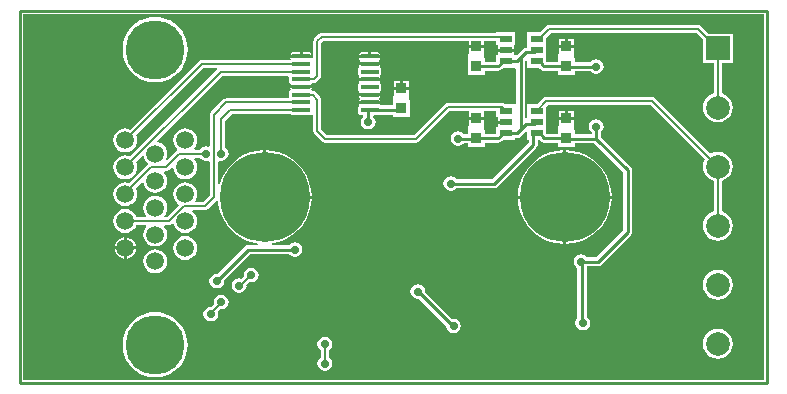
<source format=gbl>
G04*
G04 #@! TF.GenerationSoftware,Altium Limited,Altium Designer,20.1.14 (287)*
G04*
G04 Layer_Physical_Order=2*
G04 Layer_Color=16711680*
%FSLAX25Y25*%
%MOIN*%
G70*
G04*
G04 #@! TF.SameCoordinates,11A2ED7B-9C87-42D8-8BA9-A02E898DC9DF*
G04*
G04*
G04 #@! TF.FilePolarity,Positive*
G04*
G01*
G75*
%ADD10C,0.01000*%
%ADD25R,0.03740X0.03740*%
%ADD26R,0.04331X0.02362*%
G04:AMPARAMS|DCode=27|XSize=15.75mil|YSize=59.06mil|CornerRadius=3.94mil|HoleSize=0mil|Usage=FLASHONLY|Rotation=90.000|XOffset=0mil|YOffset=0mil|HoleType=Round|Shape=RoundedRectangle|*
%AMROUNDEDRECTD27*
21,1,0.01575,0.05118,0,0,90.0*
21,1,0.00787,0.05906,0,0,90.0*
1,1,0.00787,0.02559,0.00394*
1,1,0.00787,0.02559,-0.00394*
1,1,0.00787,-0.02559,-0.00394*
1,1,0.00787,-0.02559,0.00394*
%
%ADD27ROUNDEDRECTD27*%
%ADD29C,0.00600*%
%ADD30C,0.30000*%
%ADD31C,0.03000*%
%ADD32C,0.05906*%
%ADD33C,0.19685*%
%ADD34R,0.07874X0.07874*%
%ADD35C,0.07874*%
%ADD36C,0.02800*%
G36*
X602971Y139029D02*
X356029D01*
Y260971D01*
X602971D01*
Y139029D01*
D02*
G37*
%LPC*%
G36*
X539439Y252817D02*
X537468D01*
Y250847D01*
X539439D01*
Y252817D01*
D02*
G37*
G36*
X536469D02*
X534498D01*
Y250847D01*
X536469D01*
Y252817D01*
D02*
G37*
G36*
X581055Y257326D02*
X531331D01*
X530824Y257225D01*
X530394Y256937D01*
X528377Y254921D01*
X523921D01*
Y249848D01*
X523575D01*
X522990Y249732D01*
X522493Y249400D01*
X520497Y247404D01*
X520016Y247441D01*
X519616Y247682D01*
Y248500D01*
X516850D01*
X514085D01*
Y247441D01*
X513685D01*
Y245183D01*
X509839D01*
Y246524D01*
X509563D01*
Y247787D01*
X509485Y248178D01*
X509439Y248248D01*
Y249846D01*
X506968D01*
X504498D01*
Y248248D01*
X504452Y248178D01*
X504374Y247787D01*
Y246524D01*
X504098D01*
Y240784D01*
X509839D01*
Y242124D01*
X514363D01*
X514948Y242241D01*
X515445Y242572D01*
X515951Y243079D01*
X520016D01*
X520349Y242717D01*
Y231283D01*
X520016Y230921D01*
X516453D01*
X516437Y230937D01*
X516007Y231225D01*
X515500Y231326D01*
X497500D01*
X496993Y231225D01*
X496563Y230937D01*
X486451Y220826D01*
X457049D01*
X455326Y222549D01*
Y232500D01*
X455225Y233007D01*
X454937Y233437D01*
X453437Y234937D01*
X453007Y235225D01*
X452500Y235326D01*
X452303D01*
X452146Y235560D01*
X452073Y235931D01*
X452078Y235939D01*
X452134Y236221D01*
X448583D01*
X445032D01*
X445088Y235939D01*
X445093Y235931D01*
X445019Y235560D01*
X444711Y235099D01*
X444603Y234555D01*
Y233768D01*
X444670Y233428D01*
X444353Y232928D01*
X423602D01*
X423095Y232827D01*
X422665Y232540D01*
X418563Y228437D01*
X418275Y228007D01*
X418175Y227500D01*
Y217157D01*
X417674Y216813D01*
X417000Y216947D01*
X416064Y216761D01*
X415270Y216230D01*
X414999Y215826D01*
X413202D01*
X412963Y216325D01*
X413453Y216963D01*
X413851Y217925D01*
X413987Y218957D01*
X413851Y219989D01*
X413453Y220950D01*
X412819Y221776D01*
X411993Y222409D01*
X411032Y222808D01*
X410000Y222944D01*
X408968Y222808D01*
X408007Y222409D01*
X407181Y221776D01*
X406547Y220950D01*
X406149Y219989D01*
X406013Y218957D01*
X406149Y217925D01*
X406547Y216963D01*
X407181Y216138D01*
X407195Y216127D01*
X407175Y215512D01*
X407063Y215437D01*
X403919Y212293D01*
X403495Y212576D01*
X403851Y213437D01*
X403987Y214469D01*
X403851Y215500D01*
X403453Y216462D01*
X402819Y217288D01*
X401993Y217921D01*
X401032Y218320D01*
X400869Y218341D01*
X400709Y218814D01*
X422407Y240513D01*
X444353D01*
X444670Y240013D01*
X444603Y239673D01*
Y238886D01*
X444711Y238342D01*
X445019Y237881D01*
X445093Y237510D01*
X445088Y237502D01*
X445032Y237221D01*
X448583D01*
X452134D01*
X452078Y237502D01*
X452077Y237503D01*
X452377Y237954D01*
X452779D01*
X453287Y238055D01*
X453717Y238342D01*
X454937Y239563D01*
X455225Y239993D01*
X455326Y240500D01*
X455326Y240500D01*
Y251451D01*
X456049Y252174D01*
X504498D01*
Y250846D01*
X506968D01*
X509439D01*
Y252174D01*
X513685D01*
Y250559D01*
X514085D01*
Y249500D01*
X516850D01*
X519616D01*
Y250559D01*
X520016D01*
Y254921D01*
X513685D01*
Y254825D01*
X455500D01*
X454993Y254725D01*
X454563Y254437D01*
X453063Y252937D01*
X452775Y252507D01*
X452674Y252000D01*
Y246432D01*
X452227Y246131D01*
X452175Y246137D01*
X452093Y246252D01*
X452134Y246457D01*
X448583D01*
X445032D01*
X445088Y246175D01*
X445088Y246174D01*
X444788Y245723D01*
X415441D01*
X414934Y245622D01*
X414504Y245335D01*
X391700Y222531D01*
X391032Y222808D01*
X390000Y222944D01*
X388968Y222808D01*
X388007Y222409D01*
X387181Y221776D01*
X386547Y220950D01*
X386149Y219989D01*
X386013Y218957D01*
X386149Y217925D01*
X386547Y216963D01*
X387181Y216138D01*
X388007Y215504D01*
X388968Y215106D01*
X390000Y214970D01*
X391032Y215106D01*
X391993Y215504D01*
X392819Y216138D01*
X393453Y216963D01*
X393851Y217925D01*
X393987Y218957D01*
X393851Y219989D01*
X393574Y220656D01*
X415990Y243072D01*
X420510D01*
X420717Y242572D01*
X391700Y213555D01*
X391032Y213831D01*
X390000Y213967D01*
X388968Y213831D01*
X388007Y213433D01*
X387181Y212799D01*
X386547Y211974D01*
X386149Y211012D01*
X386013Y209980D01*
X386149Y208948D01*
X386547Y207987D01*
X387181Y207161D01*
X388007Y206528D01*
X388968Y206129D01*
X390000Y205993D01*
X391032Y206129D01*
X391993Y206528D01*
X392819Y207161D01*
X393453Y207987D01*
X393851Y208948D01*
X393987Y209980D01*
X393851Y211012D01*
X393574Y211680D01*
X395654Y213760D01*
X396128Y213599D01*
X396149Y213437D01*
X396547Y212475D01*
X397181Y211649D01*
X397494Y211409D01*
X397443Y210818D01*
X391349Y204724D01*
X391032Y204855D01*
X390000Y204991D01*
X388968Y204855D01*
X388007Y204457D01*
X387181Y203823D01*
X386547Y202997D01*
X386149Y202036D01*
X386013Y201004D01*
X386149Y199972D01*
X386547Y199011D01*
X387181Y198185D01*
X388007Y197551D01*
X388968Y197153D01*
X390000Y197017D01*
X391032Y197153D01*
X391993Y197551D01*
X392819Y198185D01*
X393453Y199011D01*
X393851Y199972D01*
X393987Y201004D01*
X393851Y202036D01*
X393453Y202997D01*
X393418Y203043D01*
X395550Y205176D01*
X396078Y204997D01*
X396149Y204460D01*
X396547Y203499D01*
X397181Y202673D01*
X398007Y202039D01*
X398968Y201641D01*
X400000Y201505D01*
X401032Y201641D01*
X401993Y202039D01*
X402819Y202673D01*
X403453Y203499D01*
X403851Y204460D01*
X403987Y205492D01*
X403851Y206524D01*
X403453Y207486D01*
X402924Y208174D01*
X403114Y208675D01*
X403500D01*
X404007Y208775D01*
X404437Y209063D01*
X405572Y210198D01*
X405816Y210078D01*
X406019Y209937D01*
X406149Y208948D01*
X406547Y207987D01*
X407181Y207161D01*
X408007Y206528D01*
X408968Y206129D01*
X410000Y205993D01*
X411032Y206129D01*
X411993Y206528D01*
X412819Y207161D01*
X413453Y207987D01*
X413851Y208948D01*
X413987Y209980D01*
X413851Y211012D01*
X413453Y211974D01*
X412915Y212674D01*
X413093Y213175D01*
X414999D01*
X415270Y212770D01*
X416064Y212239D01*
X417000Y212053D01*
X417674Y212187D01*
X418175Y211843D01*
Y200549D01*
X415951Y198326D01*
X413492D01*
X413271Y198774D01*
X413453Y199011D01*
X413851Y199972D01*
X413987Y201004D01*
X413851Y202036D01*
X413453Y202997D01*
X412819Y203823D01*
X411993Y204457D01*
X411032Y204855D01*
X410000Y204991D01*
X408968Y204855D01*
X408007Y204457D01*
X407181Y203823D01*
X406547Y202997D01*
X406149Y202036D01*
X406013Y201004D01*
X406149Y199972D01*
X406547Y199011D01*
X407181Y198185D01*
X407703Y197784D01*
X407764Y197138D01*
X403978Y193353D01*
X403148D01*
X402939Y193853D01*
X403453Y194522D01*
X403851Y195484D01*
X403987Y196516D01*
X403851Y197548D01*
X403453Y198509D01*
X402819Y199335D01*
X401993Y199969D01*
X401032Y200367D01*
X400000Y200503D01*
X398968Y200367D01*
X398007Y199969D01*
X397181Y199335D01*
X396547Y198509D01*
X396149Y197548D01*
X396013Y196516D01*
X396149Y195484D01*
X396547Y194522D01*
X397061Y193853D01*
X396852Y193353D01*
X393729D01*
X393453Y194021D01*
X392819Y194847D01*
X391993Y195480D01*
X391032Y195879D01*
X390000Y196014D01*
X388968Y195879D01*
X388007Y195480D01*
X387181Y194847D01*
X386547Y194021D01*
X386149Y193059D01*
X386013Y192028D01*
X386149Y190996D01*
X386547Y190034D01*
X387181Y189208D01*
X388007Y188575D01*
X388968Y188177D01*
X390000Y188041D01*
X391032Y188177D01*
X391993Y188575D01*
X392819Y189208D01*
X393453Y190034D01*
X393729Y190702D01*
X396852D01*
X397061Y190202D01*
X396547Y189533D01*
X396149Y188571D01*
X396013Y187539D01*
X396149Y186507D01*
X396547Y185546D01*
X397181Y184720D01*
X398007Y184087D01*
X398968Y183688D01*
X400000Y183553D01*
X401032Y183688D01*
X401993Y184087D01*
X402819Y184720D01*
X403453Y185546D01*
X403851Y186507D01*
X403987Y187539D01*
X403851Y188571D01*
X403453Y189533D01*
X402939Y190202D01*
X403148Y190702D01*
X404528D01*
X405035Y190803D01*
X405465Y191090D01*
X405659Y191284D01*
X406132Y191123D01*
X406149Y190996D01*
X406547Y190034D01*
X407181Y189208D01*
X408007Y188575D01*
X408968Y188177D01*
X410000Y188041D01*
X411032Y188177D01*
X411993Y188575D01*
X412819Y189208D01*
X413453Y190034D01*
X413851Y190996D01*
X413987Y192028D01*
X413851Y193059D01*
X413453Y194021D01*
X412819Y194847D01*
X412392Y195175D01*
X412562Y195675D01*
X416500D01*
X417007Y195775D01*
X417437Y196063D01*
X420425Y199050D01*
X420482Y199049D01*
X420937Y198911D01*
X421044Y197552D01*
X421618Y195164D01*
X422557Y192896D01*
X423840Y190802D01*
X425435Y188935D01*
X427302Y187340D01*
X429396Y186057D01*
X431664Y185118D01*
X434052Y184544D01*
X434243Y184529D01*
X434223Y184029D01*
X431000D01*
X430415Y183913D01*
X429919Y183581D01*
X420737Y174400D01*
X420500Y174447D01*
X419564Y174261D01*
X418770Y173730D01*
X418239Y172936D01*
X418053Y172000D01*
X418239Y171064D01*
X418770Y170270D01*
X419564Y169739D01*
X420500Y169553D01*
X421436Y169739D01*
X422230Y170270D01*
X422761Y171064D01*
X422947Y172000D01*
X422900Y172237D01*
X431634Y180971D01*
X444635D01*
X444770Y180770D01*
X445564Y180239D01*
X446500Y180053D01*
X447436Y180239D01*
X448230Y180770D01*
X448761Y181564D01*
X448947Y182500D01*
X448761Y183436D01*
X448230Y184230D01*
X447436Y184761D01*
X446500Y184947D01*
X445564Y184761D01*
X444770Y184230D01*
X444635Y184029D01*
X438777D01*
X438757Y184529D01*
X438948Y184544D01*
X441336Y185118D01*
X443604Y186057D01*
X445698Y187340D01*
X447565Y188935D01*
X449160Y190802D01*
X450443Y192896D01*
X451382Y195164D01*
X451956Y197552D01*
X452109Y199500D01*
X436500D01*
Y200000D01*
X436000D01*
Y215609D01*
X434052Y215456D01*
X431664Y214882D01*
X429396Y213943D01*
X427302Y212660D01*
X425435Y211065D01*
X423840Y209198D01*
X422557Y207104D01*
X421618Y204836D01*
X421325Y203619D01*
X420825Y203678D01*
Y211843D01*
X421325Y212187D01*
X422000Y212053D01*
X422936Y212239D01*
X423730Y212770D01*
X424261Y213564D01*
X424447Y214500D01*
X424261Y215436D01*
X423730Y216230D01*
X423325Y216501D01*
Y225451D01*
X425549Y227675D01*
X444999D01*
X445019Y227645D01*
X445480Y227337D01*
X446024Y227229D01*
X451142D01*
X451685Y227337D01*
X452146Y227645D01*
X452175Y227687D01*
X452674Y227535D01*
Y222000D01*
X452775Y221493D01*
X453063Y221063D01*
X455563Y218563D01*
X455993Y218275D01*
X456500Y218175D01*
X487000D01*
X487507Y218275D01*
X487937Y218563D01*
X498049Y228675D01*
X504498D01*
Y226846D01*
X506968D01*
X509439D01*
Y228675D01*
X513685D01*
Y226559D01*
X514085D01*
Y225500D01*
X516850D01*
Y224500D01*
X514085D01*
Y223441D01*
X513685D01*
Y221183D01*
X509839D01*
Y222524D01*
X509563D01*
Y223787D01*
X509485Y224178D01*
X509439Y224248D01*
Y225846D01*
X506968D01*
X504498D01*
Y224248D01*
X504452Y224178D01*
X504374Y223787D01*
Y222524D01*
X504098D01*
Y221029D01*
X502865D01*
X502730Y221230D01*
X501936Y221761D01*
X501000Y221947D01*
X500064Y221761D01*
X499270Y221230D01*
X498739Y220436D01*
X498553Y219500D01*
X498739Y218564D01*
X499270Y217770D01*
X500064Y217239D01*
X501000Y217053D01*
X501936Y217239D01*
X502730Y217770D01*
X502865Y217971D01*
X504098D01*
Y216783D01*
X509839D01*
Y218124D01*
X514363D01*
X514948Y218241D01*
X515445Y218572D01*
X515951Y219079D01*
X520016D01*
Y219730D01*
X520516D01*
X521101Y219847D01*
X521597Y220178D01*
X523459Y222041D01*
X523921Y221849D01*
Y219079D01*
X524446D01*
Y218109D01*
X512366Y206029D01*
X500364D01*
X500230Y206230D01*
X499436Y206761D01*
X498500Y206947D01*
X497564Y206761D01*
X496770Y206230D01*
X496239Y205436D01*
X496053Y204500D01*
X496239Y203564D01*
X496770Y202770D01*
X497564Y202239D01*
X498500Y202053D01*
X499436Y202239D01*
X500230Y202770D01*
X500364Y202971D01*
X513000D01*
X513585Y203087D01*
X514081Y203419D01*
X527057Y216394D01*
X527388Y216890D01*
X527505Y217476D01*
Y219033D01*
X528005Y219060D01*
X528492Y218572D01*
X528989Y218241D01*
X529574Y218124D01*
X534098D01*
Y216783D01*
X539839D01*
Y217987D01*
X546350D01*
X555971Y208366D01*
Y189134D01*
X546867Y180029D01*
X543864D01*
X543730Y180230D01*
X542936Y180761D01*
X542000Y180947D01*
X541064Y180761D01*
X540270Y180230D01*
X539739Y179436D01*
X539553Y178500D01*
X539739Y177564D01*
X540270Y176770D01*
X540721Y176468D01*
Y159657D01*
X540239Y158936D01*
X540053Y158000D01*
X540239Y157064D01*
X540770Y156270D01*
X541564Y155739D01*
X542500Y155553D01*
X543436Y155739D01*
X544230Y156270D01*
X544761Y157064D01*
X544947Y158000D01*
X544761Y158936D01*
X544230Y159730D01*
X543779Y160032D01*
Y176843D01*
X543864Y176971D01*
X547500D01*
X548085Y177087D01*
X548581Y177419D01*
X558581Y187419D01*
X558913Y187915D01*
X559029Y188500D01*
Y209000D01*
X558913Y209585D01*
X558581Y210081D01*
X548513Y220149D01*
Y221625D01*
X548730Y221770D01*
X549261Y222564D01*
X549447Y223500D01*
X549261Y224436D01*
X548730Y225230D01*
X547936Y225761D01*
X547000Y225947D01*
X546064Y225761D01*
X545270Y225230D01*
X544739Y224436D01*
X544553Y223500D01*
X544739Y222564D01*
X545270Y221770D01*
X545455Y221646D01*
Y221045D01*
X539839D01*
Y222524D01*
X539563D01*
Y223787D01*
X539485Y224178D01*
X539439Y224248D01*
Y225847D01*
X536969D01*
X534498D01*
Y224248D01*
X534452Y224178D01*
X534374Y223787D01*
Y222524D01*
X534098D01*
Y221183D01*
X530252D01*
Y226559D01*
Y230031D01*
X530896Y230675D01*
X565136D01*
X583172Y212638D01*
X582690Y211474D01*
X582520Y210185D01*
X582690Y208896D01*
X583187Y207695D01*
X583979Y206664D01*
X585010Y205873D01*
X586174Y205390D01*
Y195295D01*
X585010Y194813D01*
X583979Y194021D01*
X583187Y192990D01*
X582690Y191789D01*
X582520Y190500D01*
X582690Y189211D01*
X583187Y188010D01*
X583979Y186979D01*
X585010Y186188D01*
X586211Y185690D01*
X587500Y185520D01*
X588789Y185690D01*
X589990Y186188D01*
X591021Y186979D01*
X591813Y188010D01*
X592310Y189211D01*
X592480Y190500D01*
X592310Y191789D01*
X591813Y192990D01*
X591021Y194021D01*
X589990Y194813D01*
X588826Y195295D01*
Y205390D01*
X589990Y205873D01*
X591021Y206664D01*
X591813Y207695D01*
X592310Y208896D01*
X592480Y210185D01*
X592310Y211474D01*
X591813Y212675D01*
X591021Y213706D01*
X589990Y214497D01*
X588789Y214995D01*
X587500Y215165D01*
X586211Y214995D01*
X585047Y214513D01*
X566622Y232937D01*
X566192Y233225D01*
X565685Y233326D01*
X530346D01*
X529839Y233225D01*
X529409Y232937D01*
X527393Y230921D01*
X523921D01*
Y226180D01*
X523907Y226174D01*
X523407Y226509D01*
Y245521D01*
X523421Y245530D01*
X523921Y245263D01*
Y243079D01*
X527750D01*
X528256Y242572D01*
X528753Y242241D01*
X529338Y242124D01*
X534098D01*
Y240784D01*
X539839D01*
Y241971D01*
X545135D01*
X545270Y241770D01*
X546064Y241239D01*
X547000Y241053D01*
X547936Y241239D01*
X548730Y241770D01*
X549261Y242564D01*
X549447Y243500D01*
X549261Y244436D01*
X548730Y245230D01*
X547936Y245761D01*
X547000Y245947D01*
X546064Y245761D01*
X545270Y245230D01*
X545135Y245029D01*
X539839D01*
Y246524D01*
X539563D01*
Y247787D01*
X539485Y248178D01*
X539439Y248248D01*
Y249847D01*
X536969D01*
X534498D01*
Y248248D01*
X534452Y248178D01*
X534374Y247787D01*
Y246524D01*
X534098D01*
Y245183D01*
X530252D01*
Y250559D01*
Y253047D01*
X531880Y254675D01*
X580506D01*
X582563Y252618D01*
Y244618D01*
X586174D01*
Y234665D01*
X585010Y234183D01*
X583979Y233391D01*
X583187Y232360D01*
X582690Y231159D01*
X582520Y229870D01*
X582690Y228581D01*
X583187Y227380D01*
X583979Y226349D01*
X585010Y225558D01*
X586211Y225060D01*
X587500Y224890D01*
X588789Y225060D01*
X589990Y225558D01*
X591021Y226349D01*
X591813Y227380D01*
X592310Y228581D01*
X592480Y229870D01*
X592310Y231159D01*
X591813Y232360D01*
X591021Y233391D01*
X589990Y234183D01*
X588826Y234665D01*
Y244618D01*
X592437D01*
Y254492D01*
X584438D01*
X581992Y256937D01*
X581562Y257225D01*
X581055Y257326D01*
D02*
G37*
G36*
X451142Y248364D02*
X449083D01*
Y247457D01*
X452134D01*
X452078Y247738D01*
X451858Y248067D01*
X451529Y248287D01*
X451142Y248364D01*
D02*
G37*
G36*
X448083D02*
X446024D01*
X445636Y248287D01*
X445307Y248067D01*
X445088Y247738D01*
X445032Y247457D01*
X448083D01*
Y248364D01*
D02*
G37*
G36*
X473976D02*
X471917D01*
Y247457D01*
X474968D01*
X474912Y247738D01*
X474693Y248067D01*
X474364Y248287D01*
X473976Y248364D01*
D02*
G37*
G36*
X470917D02*
X468858D01*
X468471Y248287D01*
X468142Y248067D01*
X467922Y247738D01*
X467866Y247457D01*
X470917D01*
Y248364D01*
D02*
G37*
G36*
X474968Y246457D02*
X471417D01*
X467866D01*
X467922Y246175D01*
X468142Y245847D01*
Y245508D01*
X467922Y245179D01*
X467866Y244898D01*
X471417D01*
X474968D01*
X474912Y245179D01*
X474693Y245508D01*
Y245847D01*
X474912Y246175D01*
X474968Y246457D01*
D02*
G37*
G36*
Y243898D02*
X471417D01*
X467866D01*
X467922Y243616D01*
X467927Y243608D01*
X467853Y243237D01*
X467545Y242776D01*
X467437Y242232D01*
Y241445D01*
X467545Y240901D01*
X467853Y240440D01*
X467927Y240069D01*
X467922Y240061D01*
X467866Y239779D01*
X471417D01*
X474968D01*
X474912Y240061D01*
X474907Y240069D01*
X474981Y240440D01*
X475289Y240901D01*
X475397Y241445D01*
Y242232D01*
X475289Y242776D01*
X474981Y243237D01*
X474907Y243608D01*
X474912Y243616D01*
X474968Y243898D01*
D02*
G37*
G36*
X400000Y260069D02*
X398299Y259935D01*
X396639Y259537D01*
X395062Y258884D01*
X393607Y257992D01*
X392309Y256883D01*
X391201Y255586D01*
X390309Y254131D01*
X389656Y252554D01*
X389258Y250894D01*
X389124Y249193D01*
X389258Y247492D01*
X389656Y245832D01*
X390309Y244255D01*
X391201Y242800D01*
X392309Y241502D01*
X393607Y240394D01*
X395062Y239502D01*
X396639Y238849D01*
X398299Y238451D01*
X400000Y238317D01*
X401701Y238451D01*
X403361Y238849D01*
X404938Y239502D01*
X406393Y240394D01*
X407690Y241502D01*
X408799Y242800D01*
X409691Y244255D01*
X410344Y245832D01*
X410742Y247492D01*
X410876Y249193D01*
X410742Y250894D01*
X410344Y252554D01*
X409691Y254131D01*
X408799Y255586D01*
X407690Y256883D01*
X406393Y257992D01*
X404938Y258884D01*
X403361Y259537D01*
X401701Y259935D01*
X400000Y260069D01*
D02*
G37*
G36*
X484470Y238816D02*
X482500D01*
Y236846D01*
X484470D01*
Y238816D01*
D02*
G37*
G36*
X481500D02*
X479530D01*
Y236846D01*
X481500D01*
Y238816D01*
D02*
G37*
G36*
X474968Y238779D02*
X471417D01*
X467866D01*
X467922Y238498D01*
X467927Y238490D01*
X467853Y238119D01*
X467545Y237658D01*
X467437Y237114D01*
Y236327D01*
X467545Y235783D01*
X467853Y235322D01*
X467927Y234950D01*
X467922Y234943D01*
X467866Y234661D01*
X471417D01*
X474968D01*
X474912Y234943D01*
X474907Y234950D01*
X474981Y235322D01*
X475289Y235783D01*
X475397Y236327D01*
Y237114D01*
X475289Y237658D01*
X474981Y238119D01*
X474907Y238490D01*
X474912Y238498D01*
X474968Y238779D01*
D02*
G37*
G36*
Y233661D02*
X471417D01*
X467866D01*
X467922Y233380D01*
X468142Y233051D01*
Y232713D01*
X467922Y232384D01*
X467866Y232102D01*
X471417D01*
X474968D01*
X474912Y232384D01*
X474693Y232713D01*
Y233051D01*
X474912Y233380D01*
X474968Y233661D01*
D02*
G37*
G36*
X484470Y235846D02*
X482000D01*
X479530D01*
Y234247D01*
X479483Y234178D01*
X479406Y233787D01*
Y232524D01*
X479130D01*
Y230573D01*
X475334D01*
X475281Y230604D01*
X474963Y231073D01*
X474968Y231102D01*
X471417D01*
X467866D01*
X467922Y230821D01*
X467927Y230813D01*
X467853Y230442D01*
X467545Y229981D01*
X467437Y229437D01*
Y228650D01*
X467545Y228106D01*
X467853Y227645D01*
X468315Y227337D01*
X468858Y227229D01*
X469115D01*
X469270Y226730D01*
X468739Y225936D01*
X468553Y225000D01*
X468739Y224064D01*
X469270Y223270D01*
X470064Y222739D01*
X471000Y222553D01*
X471936Y222739D01*
X472730Y223270D01*
X473261Y224064D01*
X473447Y225000D01*
X473261Y225936D01*
X472730Y226730D01*
X472885Y227229D01*
X473976D01*
X474520Y227337D01*
X474785Y227514D01*
X479130D01*
Y226783D01*
X484870D01*
Y232524D01*
X484594D01*
Y233787D01*
X484517Y234178D01*
X484470Y234247D01*
Y235846D01*
D02*
G37*
G36*
X539439Y228817D02*
X537468D01*
Y226847D01*
X539439D01*
Y228817D01*
D02*
G37*
G36*
X536469D02*
X534498D01*
Y226847D01*
X536469D01*
Y228817D01*
D02*
G37*
G36*
X537000Y215609D02*
Y200500D01*
X552109D01*
X551956Y202448D01*
X551382Y204836D01*
X550443Y207104D01*
X549160Y209198D01*
X547565Y211065D01*
X545698Y212660D01*
X543604Y213943D01*
X541336Y214882D01*
X538948Y215456D01*
X537000Y215609D01*
D02*
G37*
G36*
X536000D02*
X534052Y215456D01*
X531664Y214882D01*
X529396Y213943D01*
X527302Y212660D01*
X525435Y211065D01*
X523840Y209198D01*
X522557Y207104D01*
X521618Y204836D01*
X521044Y202448D01*
X520891Y200500D01*
X536000D01*
Y215609D01*
D02*
G37*
G36*
X437000D02*
Y200500D01*
X452109D01*
X451956Y202448D01*
X451382Y204836D01*
X450443Y207104D01*
X449160Y209198D01*
X447565Y211065D01*
X445698Y212660D01*
X443604Y213943D01*
X441336Y214882D01*
X438948Y215456D01*
X437000Y215609D01*
D02*
G37*
G36*
X552109Y199500D02*
X537000D01*
Y184391D01*
X538948Y184544D01*
X541336Y185118D01*
X543604Y186057D01*
X545698Y187340D01*
X547565Y188935D01*
X549160Y190802D01*
X550443Y192896D01*
X551382Y195164D01*
X551956Y197552D01*
X552109Y199500D01*
D02*
G37*
G36*
X536000D02*
X520891D01*
X521044Y197552D01*
X521618Y195164D01*
X522557Y192896D01*
X523840Y190802D01*
X525435Y188935D01*
X527302Y187340D01*
X529396Y186057D01*
X531664Y185118D01*
X534052Y184544D01*
X536000Y184391D01*
Y199500D01*
D02*
G37*
G36*
X390500Y186569D02*
Y183551D01*
X393518D01*
X393461Y183979D01*
X393103Y184843D01*
X392534Y185585D01*
X391792Y186154D01*
X390927Y186512D01*
X390500Y186569D01*
D02*
G37*
G36*
X389500D02*
X389073Y186512D01*
X388208Y186154D01*
X387466Y185585D01*
X386897Y184843D01*
X386539Y183979D01*
X386482Y183551D01*
X389500D01*
Y186569D01*
D02*
G37*
G36*
X393518Y182551D02*
X390500D01*
Y179534D01*
X390927Y179590D01*
X391792Y179948D01*
X392534Y180517D01*
X393103Y181260D01*
X393461Y182124D01*
X393518Y182551D01*
D02*
G37*
G36*
X389500D02*
X386482D01*
X386539Y182124D01*
X386897Y181260D01*
X387466Y180517D01*
X388208Y179948D01*
X389073Y179590D01*
X389500Y179534D01*
Y182551D01*
D02*
G37*
G36*
X410000Y187038D02*
X408968Y186902D01*
X408007Y186504D01*
X407181Y185870D01*
X406547Y185045D01*
X406149Y184083D01*
X406013Y183051D01*
X406149Y182019D01*
X406547Y181058D01*
X407181Y180232D01*
X408007Y179598D01*
X408968Y179200D01*
X410000Y179064D01*
X411032Y179200D01*
X411993Y179598D01*
X412819Y180232D01*
X413453Y181058D01*
X413851Y182019D01*
X413987Y183051D01*
X413851Y184083D01*
X413453Y185045D01*
X412819Y185870D01*
X411993Y186504D01*
X411032Y186902D01*
X410000Y187038D01*
D02*
G37*
G36*
X400000Y182550D02*
X398968Y182414D01*
X398007Y182016D01*
X397181Y181382D01*
X396547Y180556D01*
X396149Y179595D01*
X396013Y178563D01*
X396149Y177531D01*
X396547Y176570D01*
X397181Y175744D01*
X398007Y175110D01*
X398968Y174712D01*
X400000Y174576D01*
X401032Y174712D01*
X401993Y175110D01*
X402819Y175744D01*
X403453Y176570D01*
X403851Y177531D01*
X403987Y178563D01*
X403851Y179595D01*
X403453Y180556D01*
X402819Y181382D01*
X401993Y182016D01*
X401032Y182414D01*
X400000Y182550D01*
D02*
G37*
G36*
X432000Y176447D02*
X431064Y176261D01*
X430270Y175730D01*
X429739Y174936D01*
X429553Y174000D01*
X429606Y173731D01*
X428686Y172810D01*
X428000Y172947D01*
X427064Y172761D01*
X426270Y172230D01*
X425739Y171436D01*
X425553Y170500D01*
X425739Y169564D01*
X426270Y168770D01*
X427064Y168239D01*
X428000Y168053D01*
X428936Y168239D01*
X429730Y168770D01*
X430261Y169564D01*
X430447Y170500D01*
X430394Y170769D01*
X431314Y171689D01*
X432000Y171553D01*
X432936Y171739D01*
X433730Y172270D01*
X434261Y173064D01*
X434447Y174000D01*
X434261Y174936D01*
X433730Y175730D01*
X432936Y176261D01*
X432000Y176447D01*
D02*
G37*
G36*
X587500Y175795D02*
X586211Y175625D01*
X585010Y175127D01*
X583979Y174336D01*
X583187Y173305D01*
X582690Y172104D01*
X582520Y170815D01*
X582690Y169526D01*
X583187Y168325D01*
X583979Y167294D01*
X585010Y166502D01*
X586211Y166005D01*
X587500Y165835D01*
X588789Y166005D01*
X589990Y166502D01*
X591021Y167294D01*
X591813Y168325D01*
X592310Y169526D01*
X592480Y170815D01*
X592310Y172104D01*
X591813Y173305D01*
X591021Y174336D01*
X589990Y175127D01*
X588789Y175625D01*
X587500Y175795D01*
D02*
G37*
G36*
X422000Y167447D02*
X421064Y167261D01*
X420270Y166730D01*
X419739Y165936D01*
X419553Y165000D01*
X419690Y164314D01*
X418769Y163393D01*
X418500Y163447D01*
X417564Y163261D01*
X416770Y162730D01*
X416239Y161936D01*
X416053Y161000D01*
X416239Y160064D01*
X416770Y159270D01*
X417564Y158739D01*
X418500Y158553D01*
X419436Y158739D01*
X420230Y159270D01*
X420761Y160064D01*
X420947Y161000D01*
X420811Y161686D01*
X421731Y162607D01*
X422000Y162553D01*
X422936Y162739D01*
X423730Y163270D01*
X424261Y164064D01*
X424447Y165000D01*
X424261Y165936D01*
X423730Y166730D01*
X422936Y167261D01*
X422000Y167447D01*
D02*
G37*
G36*
X487500Y170947D02*
X486564Y170761D01*
X485770Y170230D01*
X485239Y169436D01*
X485053Y168500D01*
X485239Y167564D01*
X485770Y166770D01*
X486564Y166239D01*
X487500Y166053D01*
X487946Y166142D01*
X496993Y157094D01*
X496988Y157065D01*
X497174Y156129D01*
X497704Y155335D01*
X498498Y154805D01*
X499435Y154618D01*
X500371Y154805D01*
X501165Y155335D01*
X501695Y156129D01*
X501882Y157065D01*
X501695Y158002D01*
X501165Y158796D01*
X500371Y159326D01*
X499435Y159512D01*
X498989Y159424D01*
X489941Y168472D01*
X489947Y168500D01*
X489761Y169436D01*
X489230Y170230D01*
X488436Y170761D01*
X487500Y170947D01*
D02*
G37*
G36*
X587500Y156109D02*
X586211Y155940D01*
X585010Y155442D01*
X583979Y154651D01*
X583187Y153620D01*
X582690Y152419D01*
X582520Y151130D01*
X582690Y149841D01*
X583187Y148640D01*
X583979Y147609D01*
X585010Y146818D01*
X586211Y146320D01*
X587500Y146150D01*
X588789Y146320D01*
X589990Y146818D01*
X591021Y147609D01*
X591813Y148640D01*
X592310Y149841D01*
X592480Y151130D01*
X592310Y152419D01*
X591813Y153620D01*
X591021Y154651D01*
X589990Y155442D01*
X588789Y155940D01*
X587500Y156109D01*
D02*
G37*
G36*
X456500Y153447D02*
X455564Y153261D01*
X454770Y152730D01*
X454239Y151936D01*
X454053Y151000D01*
X454239Y150064D01*
X454770Y149270D01*
X455174Y148999D01*
Y146501D01*
X454770Y146230D01*
X454239Y145436D01*
X454053Y144500D01*
X454239Y143564D01*
X454770Y142770D01*
X455564Y142239D01*
X456500Y142053D01*
X457436Y142239D01*
X458230Y142770D01*
X458761Y143564D01*
X458947Y144500D01*
X458761Y145436D01*
X458230Y146230D01*
X457826Y146501D01*
Y148999D01*
X458230Y149270D01*
X458761Y150064D01*
X458947Y151000D01*
X458761Y151936D01*
X458230Y152730D01*
X457436Y153261D01*
X456500Y153447D01*
D02*
G37*
G36*
X400000Y161683D02*
X398299Y161549D01*
X396639Y161151D01*
X395062Y160498D01*
X393607Y159606D01*
X392309Y158498D01*
X391201Y157200D01*
X390309Y155745D01*
X389656Y154168D01*
X389258Y152508D01*
X389124Y150807D01*
X389258Y149106D01*
X389656Y147446D01*
X390309Y145870D01*
X391201Y144414D01*
X392309Y143117D01*
X393607Y142008D01*
X395062Y141116D01*
X396639Y140463D01*
X398299Y140065D01*
X400000Y139931D01*
X401701Y140065D01*
X403361Y140463D01*
X404938Y141116D01*
X406393Y142008D01*
X407690Y143117D01*
X408799Y144414D01*
X409691Y145870D01*
X410344Y147446D01*
X410742Y149106D01*
X410876Y150807D01*
X410742Y152508D01*
X410344Y154168D01*
X409691Y155745D01*
X408799Y157200D01*
X407690Y158498D01*
X406393Y159606D01*
X404938Y160498D01*
X403361Y161151D01*
X401701Y161549D01*
X400000Y161683D01*
D02*
G37*
%LPD*%
D10*
X420500Y172000D02*
X431000Y182500D01*
X446500D01*
X521878Y246622D02*
X523575Y248319D01*
X520516Y245260D02*
X521878Y246622D01*
Y223122D02*
Y246622D01*
Y223122D02*
X522000Y223000D01*
X448839Y234161D02*
X449000Y234000D01*
X448583Y234161D02*
X448839D01*
X471287Y229043D02*
X471417D01*
X471000Y228756D02*
X471287Y229043D01*
X471000Y225000D02*
Y228756D01*
X501000Y219500D02*
X506815D01*
X506968Y219654D01*
X498500Y204500D02*
X513000D01*
X525976Y217476D02*
Y220579D01*
X513000Y204500D02*
X525976Y217476D01*
Y220579D02*
X526657Y221260D01*
X528071D01*
X523575Y224319D02*
X526405D01*
X520516Y221260D02*
X523575Y224319D01*
X515866Y221260D02*
X516850D01*
X520516D01*
X536969Y243653D02*
X537122Y243500D01*
X547000D01*
X546984Y223484D02*
X547000Y223500D01*
X546984Y219516D02*
Y223484D01*
X537106Y219516D02*
X546984D01*
X557500Y209000D01*
Y188500D02*
Y209000D01*
X547500Y178500D02*
X557500Y188500D01*
X542000Y178500D02*
X547500D01*
X536969Y219654D02*
X537106Y219516D01*
X542250Y158250D02*
X542500Y158000D01*
X542250Y158250D02*
Y178250D01*
X542000Y178500D02*
X542250Y178250D01*
X516850Y245260D02*
X520516D01*
X523575Y248319D02*
X526405D01*
X527087Y249000D01*
X526405Y224319D02*
X527087Y225000D01*
X499185Y157065D02*
X499435D01*
X487750Y168500D02*
X499185Y157065D01*
X487500Y168500D02*
X487750D01*
X528752Y220476D02*
X529574Y219654D01*
X536969D01*
X528071Y221260D02*
X528752Y220579D01*
Y220476D02*
Y220579D01*
X527087Y245260D02*
X528071D01*
X528752Y244579D01*
Y244239D02*
Y244579D01*
Y244239D02*
X529338Y243653D01*
X536969D01*
X506968Y219654D02*
X514363D01*
X515185Y220476D01*
Y220579D01*
X515866Y221260D01*
X506968Y243653D02*
X514363D01*
X515185Y244476D01*
Y244579D02*
X515866Y245260D01*
X515185Y244476D02*
Y244579D01*
X515866Y245260D02*
X516850D01*
X471417Y229043D02*
X481390D01*
X482000Y229654D01*
X355000Y138000D02*
Y262000D01*
Y138000D02*
X604000D01*
Y262000D01*
X355000D02*
X604000D01*
D25*
X506968Y243653D02*
D03*
Y250346D02*
D03*
Y219654D02*
D03*
Y226346D02*
D03*
X536969Y250346D02*
D03*
Y243653D02*
D03*
Y226346D02*
D03*
Y219654D02*
D03*
X482000Y229654D02*
D03*
Y236347D02*
D03*
D26*
X527087Y221260D02*
D03*
Y225000D02*
D03*
Y228740D02*
D03*
X516850D02*
D03*
Y225000D02*
D03*
Y221260D02*
D03*
X527087Y245260D02*
D03*
Y249000D02*
D03*
Y252740D02*
D03*
X516850D02*
D03*
Y249000D02*
D03*
Y245260D02*
D03*
D27*
X471417Y246957D02*
D03*
Y244398D02*
D03*
Y241839D02*
D03*
Y239280D02*
D03*
Y236720D02*
D03*
Y234161D02*
D03*
Y231602D02*
D03*
Y229043D02*
D03*
X448583Y246957D02*
D03*
Y244398D02*
D03*
Y241839D02*
D03*
Y239280D02*
D03*
Y236720D02*
D03*
Y234161D02*
D03*
Y231602D02*
D03*
Y229043D02*
D03*
D29*
X422000Y214500D02*
Y226000D01*
X425000Y229000D02*
X449000D01*
X422000Y226000D02*
X425000Y229000D01*
X408000Y214500D02*
X417000D01*
X403500Y210000D02*
X408000Y214500D01*
X398500Y210000D02*
X403500D01*
X390000Y201500D02*
X398500Y210000D01*
X390000Y201004D02*
Y201500D01*
X434500Y231602D02*
X448583D01*
X419500Y227500D02*
X423602Y231602D01*
X434500D01*
X416500Y197000D02*
X419500Y200000D01*
Y227500D01*
X404528Y192028D02*
X409500Y197000D01*
X416500D01*
X390000Y192028D02*
X404528D01*
X428000Y170500D02*
X428250D01*
X431750Y174000D01*
X432000D01*
X418500Y161000D02*
Y161250D01*
X422000Y164750D01*
Y165000D01*
X448161Y241839D02*
X448500Y241500D01*
X390000Y209980D02*
X421858Y241839D01*
X448161D01*
X448398Y244398D02*
X448500Y244500D01*
X390000Y218957D02*
X415441Y244398D01*
X448398D01*
X516000Y253500D02*
X517000Y252500D01*
X454000Y252000D02*
X455500Y253500D01*
X516000D01*
X454000Y240500D02*
Y252000D01*
X448583Y239280D02*
X452779D01*
X454000Y240500D01*
X515500Y230000D02*
X517000Y228500D01*
X497500Y230000D02*
X515500D01*
X487000Y219500D02*
X497500Y230000D01*
X456500Y219500D02*
X487000D01*
X454000Y222000D02*
X456500Y219500D01*
X454000Y222000D02*
Y232500D01*
X452500Y234000D02*
X454000Y232500D01*
X449000Y234000D02*
X452500D01*
X527087Y228740D02*
X530346Y232000D01*
X565685D02*
X587500Y210185D01*
X530346Y232000D02*
X565685D01*
X581055Y256000D02*
X587500Y249555D01*
X528071Y252740D02*
X531331Y256000D01*
X581055D01*
X527087Y252740D02*
X528071D01*
X587500Y229870D02*
Y249555D01*
Y190500D02*
Y210185D01*
X456500Y144500D02*
Y151000D01*
D30*
X536500Y200000D02*
D03*
X436500D02*
D03*
D31*
X546343Y205906D02*
D03*
X542406Y190157D02*
D03*
X526657Y194095D02*
D03*
X542406Y209842D02*
D03*
X546343Y194095D02*
D03*
X530594Y190157D02*
D03*
Y209842D02*
D03*
X525250Y200000D02*
D03*
X536500Y188750D02*
D03*
X547750Y200000D02*
D03*
X536500Y211250D02*
D03*
X526657Y205906D02*
D03*
X446343D02*
D03*
X442406Y190157D02*
D03*
X426657Y194095D02*
D03*
X442406Y209842D02*
D03*
X446343Y194095D02*
D03*
X430594Y190157D02*
D03*
Y209842D02*
D03*
X425250Y200000D02*
D03*
X436500Y188750D02*
D03*
X447750Y200000D02*
D03*
X436500Y211250D02*
D03*
X426657Y205906D02*
D03*
D32*
X390000Y183051D02*
D03*
Y192028D02*
D03*
Y201004D02*
D03*
Y209980D02*
D03*
Y218957D02*
D03*
X410000D02*
D03*
X400000Y205492D02*
D03*
X410000Y209980D02*
D03*
X400000Y196516D02*
D03*
X410000Y201004D02*
D03*
X400000Y187539D02*
D03*
X410000Y192028D02*
D03*
X400000Y214469D02*
D03*
Y178563D02*
D03*
X410000Y183051D02*
D03*
D33*
X400000Y150807D02*
D03*
Y249193D02*
D03*
D34*
X587500Y249555D02*
D03*
D35*
Y229870D02*
D03*
Y210185D02*
D03*
Y190500D02*
D03*
Y170815D02*
D03*
Y151130D02*
D03*
D36*
X441500Y161500D02*
D03*
X422000Y214500D02*
D03*
X417000D02*
D03*
X446500Y182500D02*
D03*
X420500Y172000D02*
D03*
X432000Y174000D02*
D03*
X428000Y170500D02*
D03*
X422000Y165000D02*
D03*
X418500Y161000D02*
D03*
X471000Y225000D02*
D03*
X501000Y219500D02*
D03*
X498500Y204500D02*
D03*
X547000Y243500D02*
D03*
Y223500D02*
D03*
X542000Y178500D02*
D03*
X542500Y158000D02*
D03*
X456500Y144500D02*
D03*
Y151000D02*
D03*
X499435Y157065D02*
D03*
X487500Y168500D02*
D03*
M02*

</source>
